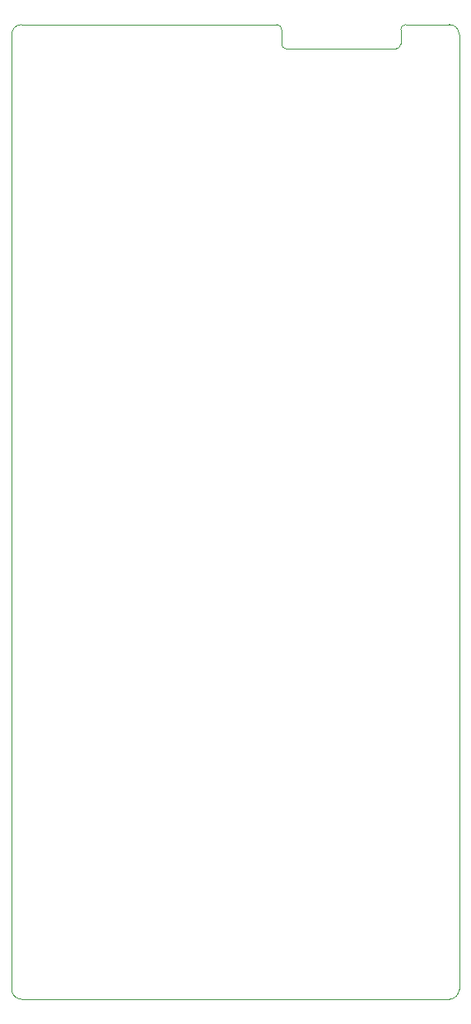
<source format=gbr>
%TF.GenerationSoftware,KiCad,Pcbnew,7.0.6*%
%TF.CreationDate,2023-08-09T14:48:56+09:30*%
%TF.ProjectId,backplane,6261636b-706c-4616-9e65-2e6b69636164,V1.0*%
%TF.SameCoordinates,Original*%
%TF.FileFunction,Profile,NP*%
%FSLAX46Y46*%
G04 Gerber Fmt 4.6, Leading zero omitted, Abs format (unit mm)*
G04 Created by KiCad (PCBNEW 7.0.6) date 2023-08-09 14:48:56*
%MOMM*%
%LPD*%
G01*
G04 APERTURE LIST*
%TA.AperFunction,Profile*%
%ADD10C,0.100000*%
%TD*%
G04 APERTURE END LIST*
D10*
X100000000Y-149000000D02*
X100000000Y-51000000D01*
X145000000Y-150000000D02*
G75*
G03*
X146000000Y-149000000I0J1000000D01*
G01*
X146000000Y-51000000D02*
G75*
G03*
X145000000Y-50000000I-1000000J0D01*
G01*
X145000000Y-150000000D02*
X101000000Y-150000000D01*
X100000000Y-149000000D02*
G75*
G03*
X101000000Y-150000000I1000000J0D01*
G01*
X127750000Y-50500000D02*
X127750000Y-52000000D01*
X145000000Y-50000000D02*
X140500000Y-50000000D01*
X140000000Y-52000000D02*
X140000000Y-50500000D01*
X101000000Y-50000000D02*
X127250000Y-50000000D01*
X127750000Y-52000000D02*
G75*
G03*
X128250000Y-52500000I500000J0D01*
G01*
X128250000Y-52500000D02*
X139500000Y-52500000D01*
X101000000Y-50000000D02*
G75*
G03*
X100000000Y-51000000I0J-1000000D01*
G01*
X140500000Y-50000000D02*
G75*
G03*
X140000000Y-50500000I0J-500000D01*
G01*
X139500000Y-52500000D02*
G75*
G03*
X140000000Y-52000000I0J500000D01*
G01*
X127750000Y-50500000D02*
G75*
G03*
X127250000Y-50000000I-500000J0D01*
G01*
X146000000Y-51000000D02*
X146000000Y-149000000D01*
M02*

</source>
